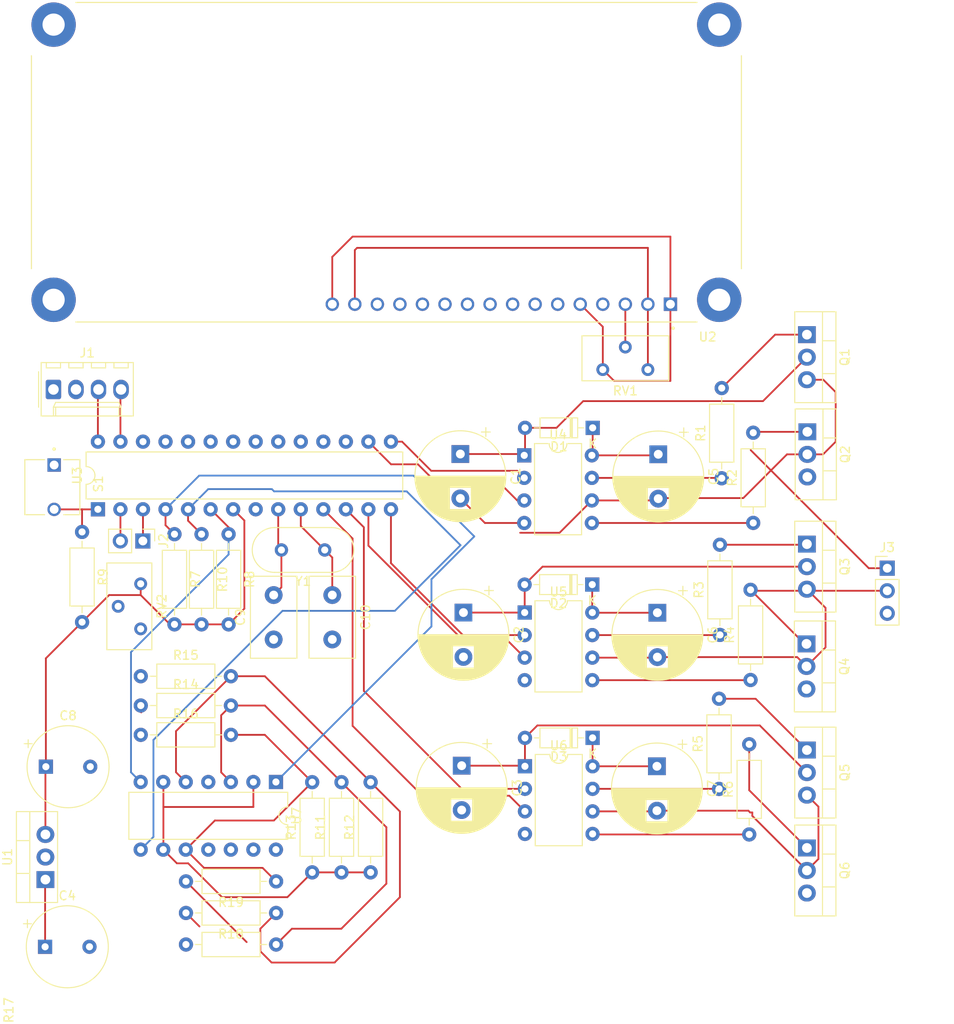
<source format=kicad_pcb>
(kicad_pcb (version 20240108) (generator "pcbnew") (generator_version "8.0")
  (layers (0 "F.Cu" signal) (31 "B.Cu" signal) (34 "B.Paste" user) (35 "F.Paste" user) (36 "B.SilkS" user "B.Silkscreen") (37 "F.SilkS" user "F.Silkscreen") (38 "B.Mask" user) (39 "F.Mask" user) (44 "Edge.Cuts" user))
  (net 0 "")
  (net 1 "GND")
  (net 2 "Net-(D1-A)")
  (net 3 "Net-(D2-A)")
  (net 4 "Net-(D3-A)")
  (net 5 "+12V")
  (net 6 "Net-(D1-K)")
  (net 7 "FASEA")
  (net 8 "Net-(D2-K)")
  (net 9 "FASEB")
  (net 10 "FASEC")
  (net 11 "Net-(D3-K)")
  (net 12 "5V")
  (net 13 "XTAL1")
  (net 14 "XTAL2")
  (net 15 "SDA")
  (net 16 "SCL")
  (net 17 "Net-(J2-Pin_2)")
  (net 18 "Net-(J2-Pin_1)")
  (net 19 "Net-(Q1-G)")
  (net 20 "Net-(Q2-G)")
  (net 21 "Net-(Q3-G)")
  (net 22 "Net-(Q4-G)")
  (net 23 "Net-(Q5-G)")
  (net 24 "Net-(Q6-G)")
  (net 25 "Net-(U4-HO)")
  (net 26 "Net-(U4-LO)")
  (net 27 "Net-(U5-HO)")
  (net 28 "Net-(U5-LO)")
  (net 29 "Net-(U6-HO)")
  (net 30 "Net-(U6-LO)")
  (net 31 "PC5")
  (net 32 "RST")
  (net 33 "PD7")
  (net 34 "Net-(U7A--)")
  (net 35 "Net-(U7A-+)")
  (net 36 "Net-(U7B-+)")
  (net 37 "Net-(U7C-+)")
  (net 38 "Net-(U2-VO)")
  (net 39 "PC3")
  (net 41 "PB1")
  (net 42 "PB4")
  (net 44 "PB0")
  (net 45 "PB3")
  (net 46 "PB2")
  (net 47 "PB5")
  (net 50 "PD5")
  (net 51 "PD2")
  (net 52 "PC0")
  (net 53 "PD3")
  (net 54 "PC1")
  (net 55 "PD6")
  (net 56 "PD4")
  (net 57 "PC2")
  (net 59 "PC4")
  (footprint "Capacitor_THT:CP_Radial_D10.0mm_P5.00mm" (layer "F.Cu") (at 160.935 84.216 -90)
    (property "Reference" "C5")
    (property "Value" "C_Polarized")
  )
  (footprint "Resistor_THT:R_Axial_DIN0207_L6.3mm_D2.5mm_P10.16mm_Horizontal" (layer "F.Cu") (at 117.8775 135.89 180)
    (property "Reference" "R18")
    (property "Value" "R")
  )
  (footprint "Resistor_THT:R_Axial_DIN0207_L6.3mm_D2.5mm_P10.16mm_Horizontal" (layer "F.Cu") (at 117.8775 139.446 180)
    (property "Reference" "R17")
    (property "Value" "R" (hide yes))
  )
  (footprint "Package_TO_SOT_THT:TO-220-3_Vertical" (layer "F.Cu") (at 177.685 94.336 -90)
    (property "Reference" "Q3")
    (property "Value" "IRLZ44N")
  )
  (footprint "Package_TO_SOT_THT:TO-220-3_Vertical" (layer "F.Cu") (at 91.884 132.13 90)
    (property "Reference" "U1")
    (property "Value" "LM7805_TO220")
  )
  (footprint "Resistor_THT:R_Axial_DIN0207_L6.3mm_D2.5mm_P10.16mm_Horizontal" (layer "F.Cu") (at 171.335 109.646 90)
    (property "Reference" "R4")
    (property "Value" "R")
  )
  (footprint "Package_TO_SOT_THT:TO-220-3_Vertical" (layer "F.Cu") (at 177.685 128.566 -90)
    (property "Reference" "Q6")
    (property "Value" "IRLZ44N")
  )
  (footprint "Resistor_THT:R_Axial_DIN0207_L6.3mm_D2.5mm_P10.16mm_Horizontal" (layer "F.Cu") (at 171.635 91.946 90)
    (property "Reference" "R2")
    (property "Value" "R")
  )
  (footprint "Resistor_THT:R_Axial_DIN0207_L6.3mm_D2.5mm_P10.16mm_Horizontal" (layer "F.Cu") (at 167.785 121.916 90)
    (property "Reference" "R5")
    (property "Value" "R")
  )
  (footprint "Resistor_THT:R_Axial_DIN0207_L6.3mm_D2.5mm_P10.16mm_Horizontal" (layer "F.Cu") (at 106.426 93.218 -90)
    (property "Reference" "R7")
    (property "Value" "R")
  )
  (footprint "Package_DIP:DIP-28_W7.62mm" (layer "F.Cu") (at 97.796 90.412 90)
    (property "Reference" "U3")
    (property "Value" "ATmega328-P")
  )
  (footprint "Connector_Molex:Molex_KK-254_AE-6410-04A_1x04_P2.54mm_Vertical" (layer "F.Cu") (at 92.786 76.912)
    (property "Reference" "J1")
    (property "Value" "Conn_01x04_Socket")
  )
  (footprint "Diode_THT:D_DO-35_SOD27_P7.62mm_Horizontal" (layer "F.Cu") (at 153.495 98.896 180)
    (property "Reference" "D2")
    (property "Value" "1N4148")
  )
  (footprint "Package_TO_SOT_THT:TO-220-3_Vertical" (layer "F.Cu") (at 177.685 70.736 -90)
    (property "Reference" "Q1")
    (property "Value" "IRLZ44N")
  )
  (footprint "Resistor_THT:R_Axial_DIN0207_L6.3mm_D2.5mm_P10.16mm_Horizontal" (layer "F.Cu") (at 121.9415 131.318 90)
    (property "Reference" "R13")
    (property "Value" "R")
  )
  (footprint "Resistor_THT:R_Axial_DIN0207_L6.3mm_D2.5mm_P10.16mm_Horizontal" (layer "F.Cu") (at 125.2435 131.318 90)
    (property "Reference" "R11")
    (property "Value" "R")
  )
  (footprint "Resistor_THT:R_Axial_DIN0207_L6.3mm_D2.5mm_P10.16mm_Horizontal" (layer "F.Cu") (at 112.522 93.218 -90)
    (property "Reference" "R8")
    (property "Value" "R")
  )
  (footprint "Capacitor_THT:CP_Radial_D10.0mm_P5.00mm" (layer "F.Cu") (at 138.785 119.298323 -90)
    (property "Reference" "C3")
    (property "Value" "C_Polarized")
  )
  (footprint "Package_TO_SOT_THT:TO-220-3_Vertical" (layer "F.Cu") (at 177.64 105.576 -90)
    (property "Reference" "Q4")
    (property "Value" "IRLZ44N")
  )
  (footprint "Resistor_THT:R_Axial_DIN0207_L6.3mm_D2.5mm_P10.16mm_Horizontal" (layer "F.Cu") (at 102.62675 109.22)
    (property "Reference" "R15")
    (property "Value" "R")
  )
  (footprint "Package_DIP:DIP-8_W7.62mm" (layer "F.Cu") (at 145.915 119.366)
    (property "Reference" "U6")
    (property "Value" "IR2101" (hide yes))
  )
  (footprint "Package_TO_SOT_THT:TO-220-3_Vertical" (layer "F.Cu") (at 177.735 81.686 -90)
    (property "Reference" "Q2")
    (property "Value" "IRLZ44N")
  )
  (footprint "Crystal:Crystal_HC49-4H_Vertical" (layer "F.Cu") (at 123.354 94.996 180)
    (property "Reference" "Y1")
    (property "Value" "Crystal")
  )
  (footprint "Resistor_THT:R_Axial_DIN0207_L6.3mm_D2.5mm_P10.16mm_Horizontal" (layer "F.Cu") (at 102.62675 112.522)
    (property "Reference" "R14")
    (property "Value" "R")
  )
  (footprint "Capacitor_THT:C_Disc_D9.0mm_W5.0mm_P5.00mm" (layer "F.Cu") (at 124.206 100.076 -90)
    (property "Reference" "C10")
    (property "Value" "C")
  )
  (footprint "Potentiometer_THT:Potentiometer_Bourns_3296Y_Vertical" (layer "F.Cu") (at 102.616 103.886 -90)
    (property "Reference" "RV2")
    (property "Value" "R_Potentiometer_Trim")
  )
  (footprint "Resistor_THT:R_Axial_DIN0207_L6.3mm_D2.5mm_P10.16mm_Horizontal" (layer "F.Cu") (at 117.8775 132.334 180)
    (property "Reference" "R19")
    (property "Value" "R")
  )
  (footprint "Resistor_THT:R_Axial_DIN0207_L6.3mm_D2.5mm_P10.16mm_Horizontal" (layer "F.Cu") (at 167.885 104.566 90)
    (property "Reference" "R3")
    (property "Value" "R")
  )
  (footprint "Connector_PinHeader_2.54mm:PinHeader_1x03_P2.54mm_Vertical" (layer "F.Cu") (at 186.737 97.05)
    (property "Reference" "J3")
    (property "Value" "Conn_01x03_Socket")
  )
  (footprint "Capacitor_THT:CP_Radial_D10.0mm_P5.00mm" (layer "F.Cu") (at 138.985 102.048323 -90)
    (property "Reference" "C2")
    (property "Value" "C_Polarized")
  )
  (footprint "Package_DIP:DIP-14_W7.62mm" (layer "F.Cu") (at 117.856 121.1365 -90)
    (property "Reference" "U7")
    (property "Value" "LM324")
  )
  (footprint "Capacitor_THT:CP_Radial_D10.0mm_P5.00mm" (layer "F.Cu") (at 160.835 102.066 -90)
    (property "Reference" "C6")
    (property "Value" "C_Polarized")
  )
  (footprint "Capacitor_THT:CP_Radial_Tantal_D9.0mm_P5.00mm" (layer "F.Cu") (at 91.848836 139.7)
    (property "Reference" "C4")
    (property "Value" "C")
  )
  (footprint "Connector_PinHeader_2.54mm:PinHeader_1x02_P2.54mm_Vertical" (layer "F.Cu") (at 102.866 93.98 -90)
    (property "Reference" "J2")
    (property "Value" "Conn_01x02_Pin")
  )
  (footprint "Capacitor_THT:C_Disc_D9.0mm_W5.0mm_P5.00mm" (layer "F.Cu") (at 117.602 105.076 90)
    (property "Reference" "C9")
    (property "Value" "C")
  )
  (footprint "Potentiometer_THT:Potentiometer_Bourns_3296Y_Vertical" (layer "F.Cu") (at 154.686 74.676 180)
    (property "Reference" "RV1")
    (property "Value" "R_Potentiometer_Trim")
  )
  (footprint "Capacitor_THT:CP_Radial_Tantal_D9.0mm_P5.00mm" (layer "F.Cu") (at 91.934836 119.414836)
    (property "Reference" "C8")
    (property "Value" "C")
  )
  (footprint "Resistor_THT:R_Axial_DIN0207_L6.3mm_D2.5mm_P10.16mm_Horizontal" (layer "F.Cu") (at 171.185 127.046 90)
    (property "Reference" "R6")
    (property "Value" "R")
  )
  (footprint "Resistor_THT:R_Axial_DIN0207_L6.3mm_D2.5mm_P10.16mm_Horizontal" (layer "F.Cu") (at 96.012 92.964 -90)
    (property "Reference" "R9")
    (property "Value" "R")
  )
  (footprint "Capacitor_THT:CP_Radial_D10.0mm_P5.00mm" (layer "F.Cu") (at 160.785 119.366 -90)
    (property "Reference" "C7")
    (property "Value" "C_Polarized")
  )
  (footprint "LCD2X16:LCD_LCD2X16" (layer "F.Cu") (at 130.306 51.31 180)
    (property "Reference" "U2")
    (property "Value" "LCD2X16")
  )
  (footprint "Resistor_THT:R_Axial_DIN0207_L6.3mm_D2.5mm_P10.16mm_Horizontal" (layer "F.Cu") (at 168.085 86.916 90)
    (property "Reference" "R1")
    (property "Value" "R")
  )
  (footprint "Resistor_THT:R_Axial_DIN0207_L6.3mm_D2.5mm_P10.16mm_Horizontal" (layer "F.Cu") (at 128.524 131.318 90)
    (property "Reference" "R12")
    (property "Value" "R")
  )
  (footprint "Package_DIP:DIP-8_W7.62mm" (layer "F.Cu") (at 145.835 84.336)
    (property "Reference" "U4")
    (property "Value" "IR2101")
  )
  (footprint "Diode_THT:D_DO-35_SOD27_P7.62mm_Horizontal" (layer "F.Cu") (at 153.535 116.166 180)
    (property "Reference" "D3")
    (property "Value" "1N4148")
  )
  (footprint "Resistor_THT:R_Axial_DIN0207_L6.3mm_D2.5mm_P10.16mm_Horizontal" (layer "F.Cu") (at 102.62675 115.824)
    (property "Reference" "R16")
    (property "Value" "R")
  )
  (footprint "Capacitor_THT:CP_Radial_D10.0mm_P5.00mm" (layer "F.Cu") (at 138.635 84.186 -90)
    (property "Reference" "C1")
    (property "Value" "C_Polarized")
  )
  (footprint "Diode_THT:D_DO-35_SOD27_P7.62mm_Horizontal" (layer "F.Cu") (at 153.545 81.236 180)
    (property "Reference" "D1")
    (property "Value" "1N4148")
  )
  (footprint "Package_DIP:DIP-8_W7.62mm" (layer "F.Cu") (at 145.885 102.046)
    (property "Reference" "U5")
    (property "Value" "IR2101")
  )
  (footprint "TL59NF160Q:SW_TL59NF160Q" (layer "F.Cu") (at 92.866 87.924 -90)
    (property "Reference" "S1")
    (property "Value" "TL59NF160Q")
  )
  (footprint "Package_TO_SOT_THT:TO-220-3_Vertical" (layer "F.Cu") (at 177.685 117.536 -90)
    (property "Reference" "Q5")
    (property "Value" "IRLZ44N")
  )
  (footprint "Resistor_THT:R_Axial_DIN0207_L6.3mm_D2.5mm_P10.16mm_Horizontal" (layer "F.Cu") (at 109.474 93.218 -90)
    (property "Reference" "R10")
    (property "Value" "R")
  )
  (segment (start 155.956 75.946) (end 162.306 75.946) (width 0.2) (layer "F.Cu") (net 1))
  (segment (start 124.206 61.976) (end 126.492 59.69) (width 0.2) (layer "F.Cu") (net 1))
  (segment (start 162.306 59.69) (end 162.306 67.31) (width 0.2) (layer "F.Cu") (net 1))
  (segment (start 154.686 74.676) (end 155.956 75.946) (width 0.2) (layer "F.Cu") (net 1))
  (segment (start 162.306 75.946) (end 162.306 67.31) (width 0.2) (layer "F.Cu") (net 1))
  (segment (start 154.686 74.676) (end 154.686 69.85) (width 0.2) (layer "F.Cu") (net 1))
  (segment (start 141.405 91.956) (end 145.835 91.956) (width 0.2) (layer "F.Cu") (net 1))
  (segment (start 126.492 59.69) (end 162.306 59.69) (width 0.2) (layer "F.Cu") (net 1))
  (segment (start 138.635 89.186) (end 141.405 91.956) (width 0.2) (layer "F.Cu") (net 1))
  (segment (start 102.72675 113.248) (end 102.67675 113.298) (width 0.2) (layer "F.Cu") (net 1))
  (segment (start 154.686 69.85) (end 152.146 67.31) (width 0.2) (layer "F.Cu") (net 1))
  (segment (start 124.206 67.31) (end 124.206 61.976) (width 0.2) (layer "F.Cu") (net 1))
  (segment (start 138.635 84.186) (end 145.685 84.186) (width 0.2) (layer "F.Cu") (net 2))
  (segment (start 152.479 78.228) (end 149.471 81.236) (width 0.2) (layer "F.Cu") (net 2))
  (segment (start 145.685 84.186) (end 145.835 84.336) (width 0.2) (layer "F.Cu") (net 2))
  (segment (start 149.471 81.236) (end 145.925 81.236) (width 0.2) (layer "F.Cu") (net 2))
  (segment (start 145.925 81.236) (end 145.925 84.246) (width 0.2) (layer "F.Cu") (net 2))
  (segment (start 172.733 78.228) (end 152.479 78.228) (width 0.2) (layer "F.Cu") (net 2))
  (segment (start 177.685 73.276) (end 172.733 78.228) (width 0.2) (layer "F.Cu") (net 2))
  (segment (start 145.925 84.246) (end 145.835 84.336) (width 0.2) (layer "F.Cu") (net 2))
  (segment (start 145.875 98.896) (end 147.895 96.876) (width 0.2) (layer "F.Cu") (net 3))
  (segment (start 147.895 96.876) (end 177.685 96.876) (width 0.2) (layer "F.Cu") (net 3))
  (segment (start 145.885 102.046) (end 145.885 98.906) (width 0.2) (layer "F.Cu") (net 3))
  (segment (start 145.882677 102.048323) (end 145.885 102.046) (width 0.2) (layer "F.Cu") (net 3))
  (segment (start 138.985 102.048323) (end 145.882677 102.048323) (width 0.2) (layer "F.Cu") (net 3))
  (segment (start 145.885 98.906) (end 145.875 98.896) (width 0.2) (layer "F.Cu") (net 3))
  (segment (start 172.375 114.766) (end 147.315 114.766) (width 0.2) (layer "F.Cu") (net 4))
  (segment (start 145.847323 119.298323) (end 145.915 119.366) (width 0.2) (layer "F.Cu") (net 4))
  (segment (start 145.915 116.166) (end 145.915 119.366) (width 0.2) (layer "F.Cu") (net 4))
  (segment (start 177.685 120.076) (end 172.375 114.766) (width 0.2) (layer "F.Cu") (net 4))
  (segment (start 147.315 114.766) (end 145.915 116.166) (width 0.2) (layer "F.Cu") (net 4))
  (segment (start 138.785 119.298323) (end 145.847323 119.298323) (width 0.2) (layer "F.Cu") (net 4))
  (segment (start 91.848836 132.165164) (end 91.884 132.13) (width 0.2) (layer "F.Cu") (net 5))
  (segment (start 91.848836 139.7) (end 91.848836 132.165164) (width 0.2) (layer "F.Cu") (net 5))
  (segment (start 153.545 81.236) (end 153.545 84.246) (width 0.2) (layer "F.Cu") (net 6))
  (segment (start 160.815 84.336) (end 160.935 84.216) (width 0.2) (layer "F.Cu") (net 6))
  (segment (start 153.455 84.336) (end 160.815 84.336) (width 0.2) (layer "F.Cu") (net 6))
  (segment (start 153.545 84.246) (end 153.455 84.336) (width 0.2) (layer "F.Cu") (net 6))
  (segment (start 180.927 77.212) (end 180.927 82.8) (width 0.2) (layer "F.Cu") (net 7))
  (segment (start 153.455 89.416) (end 160.735 89.416) (width 0.2) (layer "F.Cu") (net 7))
  (segment (start 175.437 84.226) (end 170.513 89.15) (width 0.2) (layer "F.Cu") (net 7))
  (segment (start 177.735 84.226) (end 177.845 84.226) (width 0.2) (layer "F.Cu") (net 7))
  (segment (start 149.815 93.056) (end 153.455 89.416) (width 0.2) (layer "F.Cu") (net 7))
  (segment (start 160.735 89.416) (end 160.935 89.216) (width 0.2) (layer "F.Cu") (net 7))
  (segment (start 179.531 75.816) (end 180.927 77.212) (width 0.2) (layer "F.Cu") (net 7))
  (segment (start 170.513 89.15) (end 161.001 89.15) (width 0.2) (layer "F.Cu") (net 7))
  (segment (start 161.001 89.15) (end 160.935 89.216) (width 0.2) (layer "F.Cu") (net 7))
  (segment (start 177.735 84.226) (end 175.437 84.226) (width 0.2) (layer "F.Cu") (net 7))
  (segment (start 179.501 84.226) (end 177.735 84.226) (width 0.2) (layer "F.Cu") (net 7))
  (segment (start 171.347 83.74) (end 184.657 97.05) (width 0.2) (layer "F.Cu") (net 7))
  (segment (start 180.927 82.8) (end 179.501 84.226) (width 0.2) (layer "F.Cu") (net 7))
  (segment (start 145.377323 93.056) (end 149.815 93.056) (width 0.2) (layer "F.Cu") (net 7))
  (segment (start 177.685 75.816) (end 179.531 75.816) (width 0.2) (layer "F.Cu") (net 7))
  (segment (start 184.657 97.05) (end 186.737 97.05) (width 0.2) (layer "F.Cu") (net 7))
  (segment (start 153.525 102.066) (end 153.505 102.046) (width 0.2) (layer "F.Cu") (net 8))
  (segment (start 153.495 98.896) (end 153.495 102.036) (width 0.2) (layer "F.Cu") (net 8))
  (segment (start 160.835 102.066) (end 153.525 102.066) (width 0.2) (layer "F.Cu") (net 8))
  (segment (start 153.495 102.036) (end 153.505 102.046) (width 0.2) (layer "F.Cu") (net 8))
  (segment (start 160.775 107.126) (end 160.835 107.066) (width 0.2) (layer "F.Cu") (net 9))
  (segment (start 177.64 108.116) (end 179.785 105.971) (width 0.2) (layer "F.Cu") (net 9))
  (segment (start 107.7175 135.89) (end 109.2415 137.414) (width 0.2) (layer "F.Cu") (net 9))
  (segment (start 160.835 107.066) (end 176.59 107.066) (width 0.2) (layer "F.Cu") (net 9))
  (segment (start 178.345 100.076) (end 177.685 99.416) (width 0.2) (layer "F.Cu") (net 9))
  (segment (start 153.505 107.126) (end 160.775 107.126) (width 0.2) (layer "F.Cu") (net 9))
  (segment (start 186.737 99.59) (end 171.847 99.59) (width 0.2) (layer "F.Cu") (net 9))
  (segment (start 179.785 101.516) (end 177.685 99.416) (width 0.2) (layer "F.Cu") (net 9))
  (segment (start 179.785 105.971) (end 179.785 101.516) (width 0.2) (layer "F.Cu") (net 9))
  (segment (start 176.59 107.066) (end 177.64 108.116) (width 0.2) (layer "F.Cu") (net 9))
  (segment (start 177.685 131.106) (end 171.535 124.956) (width 0.2) (layer "F.Cu") (net 10))
  (segment (start 177.685 122.616) (end 178.985 123.916) (width 0.2) (layer "F.Cu") (net 10))
  (segment (start 178.985 123.916) (end 178.985 129.806) (width 0.2) (layer "F.Cu") (net 10))
  (segment (start 171.085 124.366) (end 160.785 124.366) (width 0.2) (layer "F.Cu") (net 10))
  (segment (start 107.7175 132.334) (end 114.5575 139.174) (width 0.2) (layer "F.Cu") (net 10))
  (segment (start 160.705 124.446) (end 160.785 124.366) (width 0.2) (layer "F.Cu") (net 10))
  (segment (start 178.985 129.806) (end 177.685 131.106) (width 0.2) (layer "F.Cu") (net 10))
  (segment (start 171.285 124.566) (end 171.085 124.366) (width 0.2) (layer "F.Cu") (net 10))
  (segment (start 171.535 124.956) (end 171.535 124.566) (width 0.2) (layer "F.Cu") (net 10))
  (segment (start 171.535 124.566) (end 171.285 124.566) (width 0.2) (layer "F.Cu") (net 10))
  (segment (start 153.535 124.446) (end 160.705 124.446) (width 0.2) (layer "F.Cu") (net 10))
  (segment (start 153.535 119.366) (end 160.785 119.366) (width 0.2) (layer "F.Cu") (net 11))
  (segment (start 153.535 116.166) (end 153.535 119.366) (width 0.2) (layer "F.Cu") (net 11))
  (segment (start 159.766 67.31) (end 159.766 74.676) (width 0.2) (layer "F.Cu") (net 12))
  (segment (start 159.766 60.96) (end 159.766 67.31) (width 0.2) (layer "F.Cu") (net 12))
  (segment (start 126.746 61.214) (end 127 60.96) (width 0.2) (layer "F.Cu") (net 12))
  (segment (start 105.918 103.378) (end 102.616 100.076) (width 0.2) (layer "F.Cu") (net 12))
  (segment (start 114.3 91.676) (end 114.3 101.6) (width 0.2) (layer "F.Cu") (net 12))
  (segment (start 112.522 103.378) (end 105.918 103.378) (width 0.2) (layer "F.Cu") (net 12))
  (segment (start 99.06 100.076) (end 102.616 100.076) (width 0.2) (layer "F.Cu") (net 12))
  (segment (start 126.746 67.31) (end 126.746 61.214) (width 0.2) (layer "F.Cu") (net 12))
  (segment (start 91.934836 107.201164) (end 96.012 103.124) (width 0.2) (layer "F.Cu") (net 12))
  (segment (start 91.884 119.465672) (end 91.934836 119.414836) (width 0.2) (layer "F.Cu") (net 12))
  (segment (start 91.934836 119.414836) (end 91.934836 107.201164) (width 0.2) (layer "F.Cu") (net 12))
  (segment (start 114.3 101.6) (end 112.522 103.378) (width 0.2) (layer "F.Cu") (net 12))
  (segment (start 91.948836 127.114836) (end 91.884 127.05) (width 0.2) (layer "F.Cu") (net 12))
  (segment (start 91.878836 127.044836) (end 91.884 127.05) (width 0.2) (layer "F.Cu") (net 12))
  (segment (start 102.616 100.076) (end 102.616 98.806) (width 0.2) (layer "F.Cu") (net 12))
  (segment (start 96.012 103.124) (end 99.06 100.076) (width 0.2) (layer "F.Cu") (net 12))
  (segment (start 127 60.96) (end 159.766 60.96) (width 0.2) (layer "F.Cu") (net 12))
  (segment (start 91.848836 127.014836) (end 91.884 127.05) (width 0.2) (layer "F.Cu") (net 12))
  (segment (start 91.884 127.05) (end 91.884 119.465672) (width 0.2) (layer "F.Cu") (net 12))
  (segment (start 91.854 127.02) (end 91.884 127.05) (width 0.2) (layer "F.Cu") (net 12))
  (segment (start 113.036 90.412) (end 114.3 91.676) (width 0.2) (layer "F.Cu") (net 12))
  (segment (start 118.116 90.412) (end 118.116 94.638) (width 0.2) (layer "F.Cu") (net 13))
  (segment (start 118.166 90.462) (end 118.116 90.412) (width 0.2) (layer "F.Cu") (net 13))
  (segment (start 118.116 94.638) (end 118.474 94.996) (width 0.2) (layer "F.Cu") (net 13))
  (segment (start 118.474 94.996) (end 118.474 99.204) (width 0.2) (layer "F.Cu") (net 13))
  (segment (start 118.474 99.204) (end 117.602 100.076) (width 0.2) (layer "F.Cu") (net 13))
  (segment (start 120.656 92.298) (end 123.354 94.996) (width 0.2) (layer "F.Cu") (net 14))
  (segment (start 124.206 95.848) (end 124.206 100.076) (width 0.2) (layer "F.Cu") (net 14))
  (segment (start 120.656 90.412) (end 120.656 92.298) (width 0.2) (layer "F.Cu") (net 14))
  (segment (start 123.354 94.996) (end 124.206 95.848) (width 0.2) (layer "F.Cu") (net 14))
  (segment (start 100.336 82.792) (end 100.336 76.982) (width 0.2) (layer "F.Cu") (net 15))
  (segment (start 100.336 76.982) (end 100.406 76.912) (width 0.2) (layer "F.Cu") (net 15))
  (segment (start 97.796 76.982) (end 97.866 76.912) (width 0.2) (layer "F.Cu") (net 16))
  (segment (start 97.796 82.792) (end 97.796 76.982) (width 0.2) (layer "F.Cu") (net 16))
  (segment (start 100.336 93.97) (end 100.326 93.98) (width 0.2) (layer "F.Cu") (net 17))
  (segment (start 100.336 90.412) (end 100.336 93.97) (width 0.2) (layer "F.Cu") (net 17))
  (segment (start 102.876 90.412) (end 102.876 93.97) (width 0.2) (layer "F.Cu") (net 18))
  (segment (start 102.876 93.97) (end 102.866 93.98) (width 0.2) (layer "F.Cu") (net 18))
  (segment (start 177.685 70.736) (end 174.105 70.736) (width 0.2) (layer "F.Cu") (net 19))
  (segment (start 174.105 70.736) (end 168.085 76.756) (width 0.2) (layer "F.Cu") (net 19))
  (segment (start 177.735 81.686) (end 171.735 81.686) (width 0.2) (layer "F.Cu") (net 20))
  (segment (start 171.735 81.686) (end 171.635 81.786) (width 0.2) (layer "F.Cu") (net 20))
  (segment (start 177.615 94.406) (end 177.685 94.336) (width 0.2) (layer "F.Cu") (net 21))
  (segment (start 167.885 94.406) (end 177.615 94.406) (width 0.2) (layer "F.Cu") (net 21))
  (segment (start 171.335 99.486) (end 177.425 105.576) (width 0.2) (layer "F.Cu") (net 22))
  (segment (start 177.425 105.576) (end 177.64 105.576) (width 0.2) (layer "F.Cu") (net 22))
  (segment (start 171.905 111.756) (end 177.685 117.536) (width 0.2) (layer "F.Cu") (net 23))
  (segment (start 167.785 111.756) (end 171.905 111.756) (width 0.2) (layer "F.Cu") (net 23))
  (segment (start 171.185 116.886) (end 171.185 122.066) (width 0.2) (layer "F.Cu") (net 24))
  (segment (start 171.185 122.066) (end 177.685 128.566) (width 0.2) (layer "F.Cu") (net 24))
  (segment (start 153.455 86.876) (end 168.045 86.876) (width 0.2) (layer "F.Cu") (net 25))
  (segment (start 168.045 86.876) (end 168.085 86.916) (width 0.2) (layer "F.Cu") (net 25))
  (segment (start 171.625 91.956) (end 171.635 91.946) (width 0.2) (layer "F.Cu") (net 26))
  (segment (start 153.455 91.956) (end 171.625 91.956) (width 0.2) (layer "F.Cu") (net 26))
  (segment (start 153.505 104.586) (end 167.865 104.586) (width 0.2) (layer "F.Cu") (net 27))
  (segment (start 167.865 104.586) (end 167.885 104.566) (width 0.2) (layer "F.Cu") (net 27))
  (segment (start 153.505 109.666) (end 171.315 109.666) (width 0.2) (layer "F.Cu") (net 28))
  (segment (start 171.315 109.666) (end 171.335 109.646) (width 0.2) (layer "F.Cu") (net 28))
  (segment (start 167.775 121.906) (end 167.785 121.916) (width 0.2) (layer "F.Cu") (net 29))
  (segment (start 153.535 121.906) (end 167.775 121.906) (width 0.2) (layer "F.Cu") (net 29))
  (segment (start 171.185 127.046) (end 153.595 127.046) (width 0.2) (layer "F.Cu") (net 30))
  (segment (start 153.595 127.046) (end 153.535 126.986) (width 0.2) (layer "F.Cu") (net 30))
  (segment (start 92.866 90.424) (end 96.012 90.424) (width 0.2) (layer "F.Cu") (net 32))
  (segment (start 97.784 90.424) (end 97.796 90.412) (width 0.2) (layer "F.Cu") (net 32))
  (segment (start 96.012 90.424) (end 97.784 90.424) (width 0.2) (layer "F.Cu") (net 32))
  (segment (start 96.012 92.964) (end 96.012 90.424) (width 0.2) (layer "F.Cu") (net 32))
  (segment (start 143.745 104.986) (end 145.885 107.126) (width 0.2) (layer "F.Cu") (net 33))
  (segment (start 138.756991 104.986) (end 143.745 104.986) (width 0.2) (layer "F.Cu") (net 33))
  (segment (start 128.276 94.505009) (end 138.756991 104.986) (width 0.2) (layer "F.Cu") (net 33))
  (segment (start 128.276 90.412) (end 128.276 94.505009) (width 0.2) (layer "F.Cu") (net 33))
  (segment (start 107.9715 130.302) (end 106.7015 130.302) (width 0.2) (layer "F.Cu") (net 34))
  (segment (start 105.1775 121.158) (end 105.156 121.1365) (width 0.2) (layer "F.Cu") (net 34))
  (segment (start 121.9415 131.318) (end 119.1475 134.112) (width 0.2) (layer "F.Cu") (net 34))
  (segment (start 115.316 123.952) (end 105.1775 123.952) (width 0.2) (layer "F.Cu") (net 34))
  (segment (start 119.1475 134.112) (end 111.7815 134.112) (width 0.2) (layer "F.Cu") (net 34))
  (segment (start 121.9415 131.318) (end 125.2435 131.318) (width 0.2) (layer "F.Cu") (net 34))
  (segment (start 111.7815 134.112) (end 107.9715 130.302) (width 0.2) (layer "F.Cu") (net 34))
  (segment (start 105.1775 123.952) (end 105.1775 121.158) (width 0.2) (layer "F.Cu") (net 34))
  (segment (start 115.316 121.1365) (end 115.316 123.952) (width 0.2) (layer "F.Cu") (net 34))
  (segment (start 105.1775 123.952) (end 105.1775 128.735) (width 0.2) (layer "F.Cu") (net 34))
  (segment (start 128.5455 131.318) (end 125.2435 131.318) (width 0.2) (layer "F.Cu") (net 34))
  (segment (start 105.1775 128.735) (end 105.156 128.7565) (width 0.2) (layer "F.Cu") (net 34))
  (segment (start 106.7015 130.302) (end 105.156 128.7565) (width 0.2) (layer "F.Cu") (net 34))
  (segment (start 116.6075 112.522) (end 125.2435 121.158) (width 0.2) (layer "F.Cu") (net 35))
  (segment (start 112.776 121.1365) (end 111.68675 120.04725) (width 0.2) (layer "F.Cu") (net 35))
  (segment (start 125.222 137.668) (end 130.302 132.588) (width 0.2) (layer "F.Cu") (net 35))
  (segment (start 130.302 132.588) (end 130.302 126.238) (width 0.2) (layer "F.Cu") (net 35))
  (segment (start 112.78675 112.522) (end 116.6075 112.522) (width 0.2) (layer "F.Cu") (net 35))
  (segment (start 117.8775 139.446) (end 119.6555 137.668) (width 0.2) (layer "F.Cu") (net 35))
  (segment (start 119.6555 137.668) (end 125.2435 137.668) (width 0.2) (layer "F.Cu") (net 35))
  (segment (start 111.68675 120.04725) (end 111.68675 113.622) (width 0.2) (layer "F.Cu") (net 35))
  (segment (start 112.7975 112.51125) (end 112.78675 112.522) (width 0.2) (layer "F.Cu") (net 35))
  (segment (start 130.302 126.238) (end 125.222 121.158) (width 0.2) (layer "F.Cu") (net 35))
  (segment (start 111.68675 113.622) (end 112.78675 112.522) (width 0.2) (layer "F.Cu") (net 35))
  (segment (start 116.0995 140.208) (end 117.3695 141.478) (width 0.2) (layer "F.Cu") (net 36))
  (segment (start 106.596 120.0365) (end 106.596 115.41075) (width 0.2) (layer "F.Cu") (net 36))
  (segment (start 117.3695 141.478) (end 124.4815 141.478) (width 0.2) (layer "F.Cu") (net 36))
  (segment (start 124.46 141.478) (end 131.826 134.112) (width 0.2) (layer "F.Cu") (net 36))
  (segment (start 107.739 121.1365) (end 107.696 121.1365) (width 0.2) (layer "F.Cu") (net 36))
  (segment (start 116.0995 137.668) (end 116.0995 140.208) (width 0.2) (layer "F.Cu") (net 36))
  (segment (start 131.826 124.46) (end 128.524 121.158) (width 0.2) (layer "F.Cu") (net 36))
  (segment (start 106.596 115.41075) (end 112.78675 109.22) (width 0.2) (layer "F.Cu") (net 36))
  (segment (start 116.6075 109.22) (end 112.78675 109.22) (width 0.2) (layer "F.Cu") (net 36))
  (segment (start 112.7975 109.20925) (end 112.78675 109.22) (width 0.2) (layer "F.Cu") (net 36))
  (segment (start 117.8775 135.89) (end 116.0995 137.668) (width 0.2) (layer "F.Cu") (net 36))
  (segment (start 131.826 134.112) (end 131.826 124.46) (width 0.2) (layer "F.Cu") (net 36))
  (segment (start 107.696 121.1365) (end 106.596 120.0365) (width 0.2) (layer "F.Cu") (net 36))
  (segment (start 128.5455 121.158) (end 116.6075 109.22) (width 0.2) (layer "F.Cu") (net 36))
  (segment (start 112.78675 115.824) (end 116.6075 115.824) (width 0.2) (layer "F.Cu") (net 37))
  (segment (start 117.6235 125.476) (end 110.9765 125.476) (width 0.2) (layer "F.Cu") (net 37))
  (segment (start 107.696 128.7565) (end 108.077 128.7565) (width 0.2) (layer "F.Cu") (net 37))
  (segment (start 121.9415 121.158) (end 117.6235 125.476) (width 0.2) (layer "F.Cu") (net 37))
  (segment (start 112.7975 115.81325) (end 112.78675 115.824) (width 0.2) (layer "F.Cu") (net 37))
  (segment (start 109.7495 130.81) (end 116.3535 130.81) (width 0.2) (layer "F.Cu") (net 37))
  (segment (start 107.696 128.7565) (end 109.7495 130.81) (width 0.2) (layer "F.Cu") (net 37))
  (segment (start 116.6075 115.824) (end 121.9415 121.158) (width 0.2) (layer "F.Cu") (net 37))
  (segment (start 110.9765 125.476) (end 107.696 128.7565) (width 0.2) (layer "F.Cu") (net 37))
  (segment (start 116.3535 130.81) (end 117.8775 132.334) (width 0.2) (layer "F.Cu") (net 37))
  (segment (start 157.226 72.136) (end 157.226 67.31) (width 0.2) (layer "F.Cu") (net 38))
  (segment (start 145.835 86.876) (end 145.035001 86.076001) (width 0.2) (layer "F.Cu") (net 41))
  (segment (start 132.068 82.792) (end 130.816 82.792) (width 0.2) (layer "F.Cu") (net 41))
  (segment (start 135.352001 86.076001) (end 132.068 82.792) (width 0.2) (layer "F.Cu") (net 41))
  (segment (start 145.035001 86.076001) (end 135.352001 86.076001) (width 0.2) (layer "F.Cu") (net 41))
  (segment (start 138.922677 104.586) (end 130.816 96.479323) (width 0.2) (layer "F.Cu") (net 44))
  (segment (start 145.885 104.586) (end 138.922677 104.586) (width 0.2) (layer "F.Cu") (net 44))
  (segment (start 130.816 96.479323) (end 130.816 90.412) (width 0.2) (layer "F.Cu") (net 44))
  (segment (start 142.748 87.122) (end 135.636 87.122) (width 0.2) (layer "F.Cu") (net 46))
  (segment (start 145.042 89.416) (end 142.748 87.122) (width 0.2) (layer "F.Cu") (net 46))
  (segment (start 135.636 87.122) (end 133.858 85.344) (width 0.2) (layer "F.Cu") (net 46))
  (segment (start 133.858 85.344) (end 130.828 85.344) (width 0.2) (layer "F.Cu") (net 46))
  (segment (start 145.835 89.416) (end 145.042 89.416) (width 0.2) (layer "F.Cu") (net 46))
  (segment (start 130.828 85.344) (end 128.276 82.792) (width 0.2) (layer "F.Cu") (net 46))
  (segment (start 126.492 114.808) (end 134.366 122.682) (width 0.2) (layer "F.Cu") (net 50))
  (segment (start 144.151 122.682) (end 145.915 124.446) (width 0.2) (layer "F.Cu") (net 50))
  (segment (start 134.366 122.682) (end 144.151 122.682) (width 0.2) (layer "F.Cu") (net 50))
  (segment (start 123.196 90.412) (end 126.492 93.708) (width 0.2) (layer "F.Cu") (net 50))
  (segment (start 126.492 93.708) (end 126.492 114.808) (width 0.2) (layer "F.Cu") (net 50))
  (segment (start 105.416 90.412) (end 105.416 92.208) (width 0.2) (layer "F.Cu") (net 51))
  (segment (start 105.416 92.208) (end 106.426 93.218) (width 0.2) (layer "F.Cu") (net 51))
  (segment (start 117.8775 121.115) (end 117.856 121.1365) (width 0.2) (layer "F.Cu") (net 51))
  (segment (start 109.214 86.614) (end 105.416 90.412) (width 0.2) (layer "B.Cu") (net 51))
  (segment (start 135.382 103.6105) (end 135.382 98.298001) (width 0.2) (layer "B.Cu") (net 51))
  (segment (start 133.350001 86.614) (end 109.214 86.614) (width 0.2) (layer "B.Cu") (net 51))
  (segment (start 135.382 98.298001) (end 140.208001 93.472) (width 0.2) (layer "B.Cu") (net 51))
  (segment (start 117.856 121.1365) (end 135.382 103.6105) (width 0.2) (layer "B.Cu") (net 51))
  (segment (start 140.208001 93.472) (end 133.350001 86.614) (width 0.2) (layer "B.Cu") (net 51))
  (segment (start 102.516 128.8565) (end 102.616 128.7565) (width 0.2) (layer "F.Cu") (net 53))
  (segment (start 107.956 91.7) (end 109.474 93.218) (width 0.2) (layer "F.Cu") (net 53))
  (segment (start 107.956 90.412) (end 107.956 91.7) (width 0.2) (layer "F.Cu") (net 53))
  (segment (start 102.616 128.7565) (end 102.551 128.8215) (width 0.2) (layer "F.Cu") (net 53))
  (segment (start 131.260314 101.854) (end 138.655157 94.459157) (width 0.2) (layer "B.Cu") (net 53))
  (segment (start 104.056 127.3165) (end 104.056 116.395115) (width 0.2) (layer "B.Cu") (net 53))
  (segment (start 102.616 128.7565) (end 104.056 127.3165) (width 0.2) (layer "B.Cu") (net 53))
  (segment (start 117.397635 88.138) (end 110.23 88.138) (width 0.2) (layer "B.Cu") (net 53))
  (segment (start 110.23 88.138) (end 107.956 90.412) (width 0.2) (layer "B.Cu") (net 53))
  (segment (start 104.056 116.395115) (end 118.597115 101.854) (width 0.2) (layer "B.Cu") (net 53))
  (segment (start 117.651635 88.392) (end 117.397635 88.138) (width 0.2) (layer "B.Cu") (net 53))
  (segment (start 138.655157 94.459157) (end 132.588 88.392) (width 0.2) (layer "B.Cu") (net 53))
  (segment (start 132.588 88.392) (end 117.651635 88.392) (width 0.2) (layer "B.Cu") (net 53))
  (segment (start 118.597115 101.854) (end 131.260314 101.854) (width 0.2) (layer "B.Cu") (net 53))
  (segment (start 127.762 110.875323) (end 127.762 92.438) (width 0.2) (layer "F.Cu") (net 55))
  (segment (start 145.915 121.906) (end 138.792677 121.906) (width 0.2) (layer "F.Cu") (net 55))
  (segment (start 138.792677 121.906) (end 127.762 110.875323) (width 0.2) (layer "F.Cu") (net 55))
  (segment (start 127.762 92.438) (end 125.736 90.412) (width 0.2) (layer "F.Cu") (net 55))
  (segment (start 110.496 90.412) (end 112.522 92.438) (width 0.2) (layer "F.Cu") (net 56))
  (segment (start 112.522 92.438) (end 112.522 93.218) (width 0.2) (layer "F.Cu") (net 56))
  (segment (start 101.52675 120.04725) (end 101.52675 106.49925) (width 0.2) (layer "B.Cu") (net 56))
  (segment (start 101.52675 106.49925) (end 112.522 95.504) (width 0.2) (layer "B.Cu") (net 56))
  (segment (start 112.522 95.504) (end 112.522 93.218) (width 0.2) (layer "B.Cu") (net 56))
  (segment (start 102.616 121.1365) (end 101.52675 120.04725) (width 0.2) (layer "B.Cu") (net 56))
)
</source>
